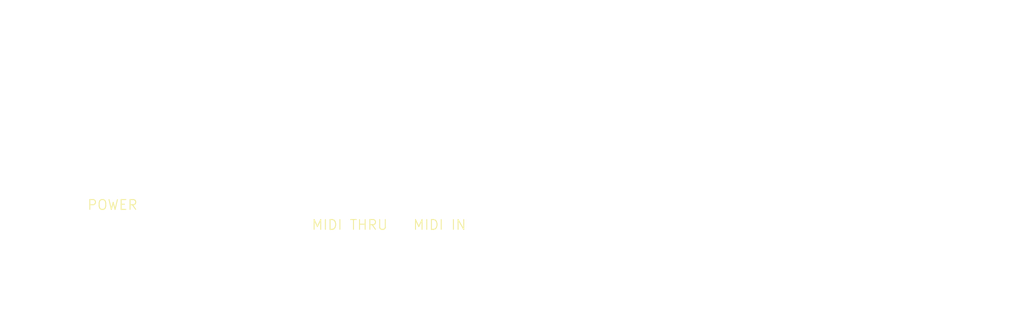
<source format=kicad_pcb>
(kicad_pcb (version 20171130) (host pcbnew "(5.1.6)-1")

  (general
    (thickness 1.6)
    (drawings 26)
    (tracks 0)
    (zones 0)
    (modules 0)
    (nets 1)
  )

  (page User 558.8 279.4)
  (title_block
    (date 2020-12-18)
  )

  (layers
    (0 F.Cu signal)
    (31 B.Cu signal)
    (32 B.Adhes user)
    (33 F.Adhes user)
    (34 B.Paste user)
    (35 F.Paste user)
    (36 B.SilkS user)
    (37 F.SilkS user)
    (38 B.Mask user)
    (39 F.Mask user)
    (40 Dwgs.User user)
    (41 Cmts.User user)
    (42 Eco1.User user)
    (43 Eco2.User user)
    (44 Edge.Cuts user)
    (45 Margin user)
    (46 B.CrtYd user)
    (47 F.CrtYd user)
    (48 B.Fab user)
    (49 F.Fab user)
  )

  (setup
    (last_trace_width 0.25)
    (trace_clearance 0.2)
    (zone_clearance 0.508)
    (zone_45_only no)
    (trace_min 0.2)
    (via_size 0.8)
    (via_drill 0.4)
    (via_min_size 0.4)
    (via_min_drill 0.3)
    (uvia_size 0.3)
    (uvia_drill 0.1)
    (uvias_allowed no)
    (uvia_min_size 0.2)
    (uvia_min_drill 0.1)
    (edge_width 0.05)
    (segment_width 0.2)
    (pcb_text_width 0.3)
    (pcb_text_size 1.5 1.5)
    (mod_edge_width 0.12)
    (mod_text_size 1 1)
    (mod_text_width 0.15)
    (pad_size 1.524 1.524)
    (pad_drill 0.762)
    (pad_to_mask_clearance 0.05)
    (aux_axis_origin 0 0)
    (grid_origin 19.05 50.8)
    (visible_elements 7FFFFFFF)
    (pcbplotparams
      (layerselection 0x000a0_7ffffffe)
      (usegerberextensions false)
      (usegerberattributes true)
      (usegerberadvancedattributes true)
      (creategerberjobfile true)
      (excludeedgelayer true)
      (linewidth 0.100000)
      (plotframeref false)
      (viasonmask false)
      (mode 1)
      (useauxorigin false)
      (hpglpennumber 1)
      (hpglpenspeed 20)
      (hpglpendiameter 15.000000)
      (psnegative false)
      (psa4output false)
      (plotreference true)
      (plotvalue true)
      (plotinvisibletext false)
      (padsonsilk false)
      (subtractmaskfromsilk false)
      (outputformat 3)
      (mirror false)
      (drillshape 0)
      (scaleselection 1)
      (outputdirectory "dxf/"))
  )

  (net 0 "")

  (net_class Default "This is the default net class."
    (clearance 0.2)
    (trace_width 0.25)
    (via_dia 0.8)
    (via_drill 0.4)
    (uvia_dia 0.3)
    (uvia_drill 0.1)
  )

  (gr_circle (center 158.7 203.2) (end 160.7 203.2) (layer F.Mask) (width 0.15) (tstamp 5FDD5E5E))
  (gr_circle (center 279.35 203.2) (end 281.35 203.2) (layer F.Mask) (width 0.15) (tstamp 5FDD5E5E))
  (gr_circle (center 279.35 63.5) (end 281.35 63.5) (layer F.Mask) (width 0.15) (tstamp 5FDD5E5E))
  (gr_circle (center 527.05 63.5) (end 529.05 63.5) (layer F.Mask) (width 0.15) (tstamp 5FDD5E5E))
  (gr_circle (center 527.05 203.2) (end 529.05 203.2) (layer F.Mask) (width 0.15) (tstamp 5FDD5E5E))
  (gr_circle (center 31.75 201.7) (end 33.75 201.7) (layer F.Mask) (width 0.15) (tstamp 5FDD5E5E))
  (gr_circle (center 31.75 63.5) (end 33.75 63.5) (layer F.Mask) (width 0.15) (tstamp 5FDD5E5E))
  (gr_text "MIDI THRU" (at 196.85 165.1) (layer F.SilkS) (tstamp 5FDCFD90)
    (effects (font (size 5 5) (thickness 0.5)))
  )
  (gr_text "MIDI IN" (at 242.57 165.1) (layer F.SilkS) (tstamp 5FDCFD90)
    (effects (font (size 5 5) (thickness 0.5)))
  )
  (gr_circle (center 208.1 180.34) (end 209.7 180.34) (layer F.Mask) (width 0.15) (tstamp 5FDCFD40))
  (gr_circle (center 185.6 180.34) (end 187.2 180.34) (layer F.Mask) (width 0.15) (tstamp 5FDCFD3F))
  (gr_circle (center 196.85 180.34) (end 204.35 180.34) (layer F.Mask) (width 0.15) (tstamp 5FDCFD3E))
  (gr_circle (center 253.82 180.34) (end 255.42 180.34) (layer F.Mask) (width 0.15) (tstamp 5FDCFD40))
  (gr_circle (center 231.32 180.34) (end 232.92 180.34) (layer F.Mask) (width 0.15) (tstamp 5FDCFD3F))
  (gr_circle (center 242.57 180.34) (end 250.07 180.34) (layer F.Mask) (width 0.15) (tstamp 5FDCFD3E))
  (gr_circle (center 53.64 179.38) (end 55.39 179.38) (layer F.Mask) (width 0.15) (tstamp 5FDCFBC4))
  (gr_circle (center 98.34 179.38) (end 100.09 179.38) (layer F.Mask) (width 0.15))
  (gr_line (start 62.34 163.68) (end 62.34 195.08) (layer F.Mask) (width 0.15) (tstamp 5FDCFAAF))
  (gr_line (start 89.64 163.68) (end 62.34 163.68) (layer F.Mask) (width 0.15))
  (gr_line (start 89.64 195.08) (end 89.64 163.68) (layer F.Mask) (width 0.15))
  (gr_line (start 62.34 195.08) (end 89.64 195.08) (layer F.Mask) (width 0.15))
  (gr_text POWER (at 76.2 154.94) (layer F.SilkS) (tstamp 5FDCE9BE)
    (effects (font (size 5 5) (thickness 0.5)))
  )
  (gr_line (start 19.05 215.9) (end 19.05 50.8) (layer F.Mask) (width 0.15) (tstamp 5FDCD45B))
  (gr_line (start 539.75 215.9) (end 19.05 215.9) (layer F.Mask) (width 0.15))
  (gr_line (start 539.75 50.8) (end 539.75 215.9) (layer F.Mask) (width 0.15))
  (gr_line (start 19.05 50.8) (end 539.75 50.8) (layer F.Mask) (width 0.15))

)

</source>
